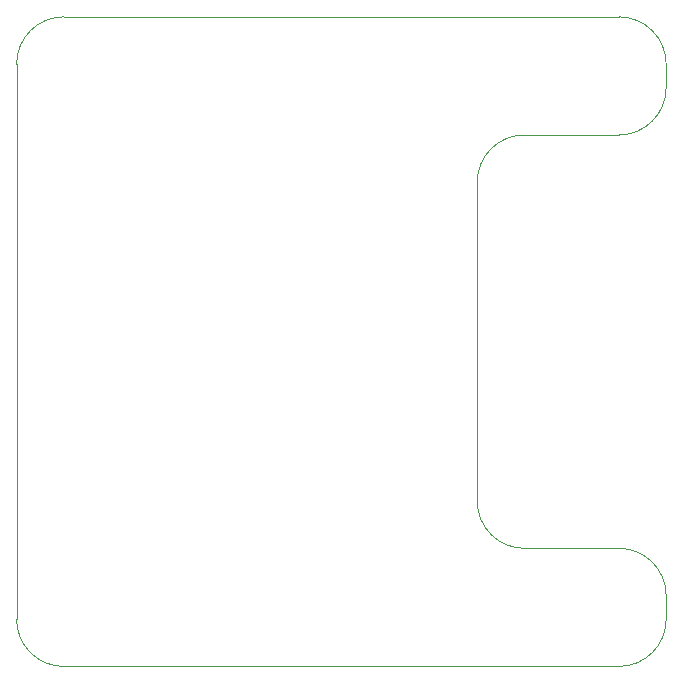
<source format=gbr>
G04 #@! TF.GenerationSoftware,KiCad,Pcbnew,(5.1.5-0-10_14)*
G04 #@! TF.CreationDate,2020-09-28T20:16:59+02:00*
G04 #@! TF.ProjectId,max_power,6d61785f-706f-4776-9572-2e6b69636164,rev?*
G04 #@! TF.SameCoordinates,Original*
G04 #@! TF.FileFunction,Profile,NP*
%FSLAX46Y46*%
G04 Gerber Fmt 4.6, Leading zero omitted, Abs format (unit mm)*
G04 Created by KiCad (PCBNEW (5.1.5-0-10_14)) date 2020-09-28 20:16:59*
%MOMM*%
%LPD*%
G04 APERTURE LIST*
%ADD10C,0.050000*%
G04 APERTURE END LIST*
D10*
X88000000Y-84000000D02*
X88000000Y-86000000D01*
X76000000Y-80000000D02*
X84000000Y-80000000D01*
X76000000Y-80000000D02*
G75*
G02X72000000Y-76000000I0J4000000D01*
G01*
X72000000Y-49000000D02*
X72000000Y-76000000D01*
X84000000Y-45000000D02*
X76000000Y-45000000D01*
X88000000Y-39000000D02*
X88000000Y-41000000D01*
X72000000Y-49000000D02*
G75*
G02X76000000Y-45000000I4000000J0D01*
G01*
X84000000Y-80000000D02*
G75*
G02X88000000Y-84000000I0J-4000000D01*
G01*
X88000000Y-86000000D02*
G75*
G02X84000000Y-90000000I-4000000J0D01*
G01*
X88000000Y-41000000D02*
G75*
G02X84000000Y-45000000I-4000000J0D01*
G01*
X84000000Y-35000000D02*
G75*
G02X88000000Y-39000000I0J-4000000D01*
G01*
X84000000Y-90000000D02*
X37000000Y-90000000D01*
X37000000Y-90000000D02*
G75*
G02X33000000Y-86000000I0J4000000D01*
G01*
X33000000Y-39000000D02*
G75*
G02X37000000Y-35000000I4000000J0D01*
G01*
X33000000Y-86000000D02*
X33000000Y-39000000D01*
X37000000Y-35000000D02*
X84000000Y-35000000D01*
M02*

</source>
